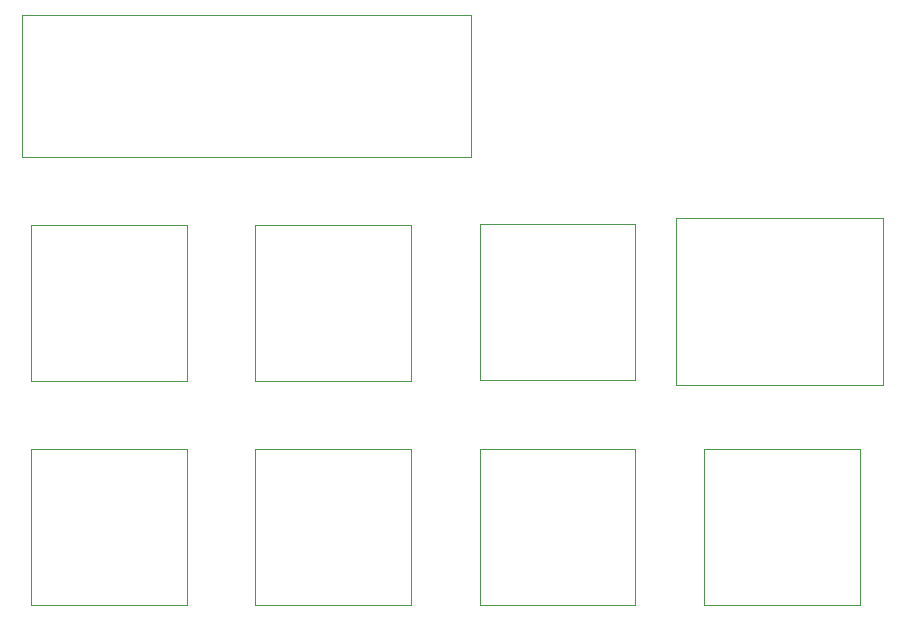
<source format=gbr>
G04 #@! TF.GenerationSoftware,KiCad,Pcbnew,8.0.5*
G04 #@! TF.CreationDate,2024-10-21T21:06:57-07:00*
G04 #@! TF.ProjectId,hackpad,6861636b-7061-4642-9e6b-696361645f70,rev?*
G04 #@! TF.SameCoordinates,Original*
G04 #@! TF.FileFunction,Other,User*
%FSLAX46Y46*%
G04 Gerber Fmt 4.6, Leading zero omitted, Abs format (unit mm)*
G04 Created by KiCad (PCBNEW 8.0.5) date 2024-10-21 21:06:57*
%MOMM*%
%LPD*%
G01*
G04 APERTURE LIST*
%ADD10C,0.050000*%
%ADD11C,0.040000*%
G04 APERTURE END LIST*
D10*
G04 #@! TO.C,SW7*
X251910000Y-144430000D02*
X265110000Y-144430000D01*
X251910000Y-157630000D02*
X251910000Y-144430000D01*
X265110000Y-144430000D02*
X265110000Y-157630000D01*
X265110000Y-157630000D02*
X251910000Y-157630000D01*
G04 #@! TO.C,SW5*
X232910000Y-125350000D02*
X246110000Y-125350000D01*
X232910000Y-138550000D02*
X232910000Y-125350000D01*
X246110000Y-125350000D02*
X246110000Y-138550000D01*
X246110000Y-138550000D02*
X232910000Y-138550000D01*
G04 #@! TO.C,SW2*
X194910000Y-144430000D02*
X208110000Y-144430000D01*
X194910000Y-157630000D02*
X194910000Y-144430000D01*
X208110000Y-144430000D02*
X208110000Y-157630000D01*
X208110000Y-157630000D02*
X194910000Y-157630000D01*
G04 #@! TO.C,SW1*
X194910000Y-125430000D02*
X208110000Y-125430000D01*
X194910000Y-138630000D02*
X194910000Y-125430000D01*
X208110000Y-125430000D02*
X208110000Y-138630000D01*
X208110000Y-138630000D02*
X194910000Y-138630000D01*
G04 #@! TO.C,SW6*
X232910000Y-144430000D02*
X246110000Y-144430000D01*
X232910000Y-157630000D02*
X232910000Y-144430000D01*
X246110000Y-144430000D02*
X246110000Y-157630000D01*
X246110000Y-157630000D02*
X232910000Y-157630000D01*
G04 #@! TO.C,SW3*
X213910000Y-125430000D02*
X227110000Y-125430000D01*
X213910000Y-138630000D02*
X213910000Y-125430000D01*
X227110000Y-125430000D02*
X227110000Y-138630000D01*
X227110000Y-138630000D02*
X213910000Y-138630000D01*
G04 #@! TO.C,SW4*
X213910000Y-144430000D02*
X227110000Y-144430000D01*
X213910000Y-157630000D02*
X213910000Y-144430000D01*
X227110000Y-144430000D02*
X227110000Y-157630000D01*
X227110000Y-157630000D02*
X213910000Y-157630000D01*
G04 #@! TO.C,SW8*
X249550000Y-124850000D02*
X249550000Y-139050000D01*
X249550000Y-124850000D02*
X267050000Y-124850000D01*
X267050000Y-139050000D02*
X249550000Y-139050000D01*
X267050000Y-139050000D02*
X267050000Y-124850000D01*
D11*
G04 #@! TO.C,O1*
X194150000Y-107700000D02*
X194150000Y-119700000D01*
X194150000Y-119700000D02*
X232150000Y-119700000D01*
X232150000Y-107700001D02*
X194150000Y-107700000D01*
X232150000Y-119700000D02*
X232150000Y-107700001D01*
G04 #@! TD*
M02*

</source>
